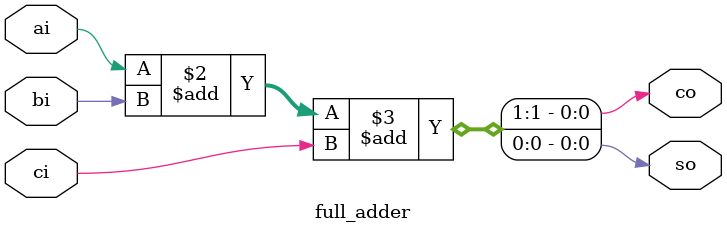
<source format=v>
/*Wallace Tree Based Multiplier
ACA course Oct 2012
Ramyad Hadidi 88109971
*/

`timescale 1ns/1ns

module parallel_unsigned_mult
	(
		a,			//input1 8bit unsigned
		b,			//input2 8bit unsigned
		p			//output 16bit unsigned
	);
					//inital for HW
					initial
					begin
						$display("ACA Project1 \n Ramyad Hadidi-88109971");
					end
	//parameters and definitions
	input [7:0]a;
	input [7:0]b;
	output [15:0] p;
	
	//Vars
	integer k;
	reg [7:0] L1 [7:0];		//for first layer
	wire [14:0] L2_0;		//consti. for second layer
	wire [12:0] L2_1;
	wire [8:0] L2_2;
	wire [6:0] L2_3;
	wire [2:0] L2_4;
	wire [0:0] L2_5;
	wire [15:0] L3_0;		//consti. for third layer
	wire [11:0] L3_1;
	wire [6:0] L3_2;
	wire [2:0] L3_3;
	wire [15:0] L4_0;		//consti. for forth layer
	wire [11:0] L4_1;
	wire [2:0] L4_2;
	wire [16:0] L5_0;		//consti. for fifth layer
	wire [10:0] L5_1;
	wire [17:0] L6_0;		//consti. for sixth layer (addition)
	wire [10:0]	L6_1;
	
		
	//***CODE
	//---first layer-8layer-all and
	always @(a,b)
		for (k=0; k<=7; k=k+1)
		begin
			if (b[k]==1)
				L1[k]=a;
			else
				L1[k]=8'b0;
		end
		
	//---second layer-wallace
	//full_adder(.ai(L1[][]), .bi(L1[][]), .ci(L1[][]), .so(L2_?[]), .co(L2_?[]));
	//half_adder(.ai(L1[][]), .bi(L1[][]), .so(L2_?[]), .co(L2_?[]));
	//assign L2_?[]=L1[][];
	//1st col.
	assign L2_0[0]=L1[0][0];
	//2nd col.
	half_adder a1(.ai(L1[0][1]), .bi(L1[1][0]), .so(L2_0[1]), .co(L2_0[2]));
	//3rd col.
	full_adder a2(.ai(L1[0][2]), .bi(L1[1][1]), .ci(L1[2][0]), .so(L2_1[0]), .co(L2_0[3]));
	//4th col.
	full_adder a3(.ai(L1[0][3]), .bi(L1[1][2]), .ci(L1[2][1]), .so(L2_1[1]), .co(L2_0[4]));
	assign L2_2[0]=L1[3][0];
	//5th col.
	full_adder a4(.ai(L1[0][4]), .bi(L1[1][3]), .ci(L1[2][2]), .so(L2_1[2]), .co(L2_0[5]));
	half_adder a5(.ai(L1[3][1]), .bi(L1[4][0]), .so(L2_2[1]), .co(L2_1[3]));
	//6th col.
	full_adder a6(.ai(L1[0][5]), .bi(L1[1][4]), .ci(L1[2][3]), .so(L2_2[2]), .co(L2_0[6]));
	full_adder a7(.ai(L1[3][2]), .bi(L1[4][1]), .ci(L1[5][0]), .so(L2_3[0]), .co(L2_1[4]));
	//7th col.
	full_adder a9(.ai(L1[0][6]), .bi(L1[1][5]), .ci(L1[2][4]), .so(L2_2[3]), .co(L2_0[7]));
	full_adder a10(.ai(L1[3][3]), .bi(L1[4][2]), .ci(L1[5][1]), .so(L2_3[1]), .co(L2_1[5]));
	assign L2_4[0]=L1[6][0];
	//8th col.
	full_adder a11(.ai(L1[0][7]), .bi(L1[1][6]), .ci(L1[2][5]), .so(L2_2[4]), .co(L2_0[8]));
	full_adder a12(.ai(L1[3][4]), .bi(L1[4][3]), .ci(L1[5][2]), .so(L2_3[2]), .co(L2_1[6]));
	half_adder a13(.ai(L1[6][1]), .bi(L1[7][0]), .so(L2_4[1]), .co(L2_2[5]));
	//9th col.
	full_adder a14(.ai(L1[1][7]), .bi(L1[2][6]), .ci(L1[3][5]), .so(L2_3[3]), .co(L2_0[9]));
	full_adder a15(.ai(L1[4][4]), .bi(L1[5][3]), .ci(L1[6][2]), .so(L2_4[2]), .co(L2_1[7]));
	assign L2_5[0]=L1[7][1];
	//10th col.
	full_adder a16(.ai(L1[2][7]), .bi(L1[3][6]), .ci(L1[4][5]), .so(L2_2[6]), .co(L2_0[10]));
	full_adder a17(.ai(L1[5][4]), .bi(L1[6][3]), .ci(L1[7][2]), .so(L2_3[4]), .co(L2_1[8]));
	//11th col.
	full_adder a18(.ai(L1[3][7]), .bi(L1[4][6]), .ci(L1[5][5]), .so(L2_2[7]), .co(L2_0[11]));
	half_adder a19(.ai(L1[6][4]), .bi(L1[7][3]), .so(L2_3[5]), .co(L2_1[9]));
	//12th col.
	full_adder a20(.ai(L1[4][7]), .bi(L1[5][6]), .ci(L1[6][5]), .so(L2_2[8]), .co(L2_0[12]));
	assign L2_3[6]=L1[7][4];
	//13th col.
	full_adder a21(.ai(L1[5][7]), .bi(L1[6][6]), .ci(L1[7][5]), .so(L2_1[10]), .co(L2_0[13]));
	//14th col.
	half_adder a22(.ai(L1[6][7]), .bi(L1[7][6]), .so(L2_1[11]), .co(L2_0[14]));
	//15th col.
	assign L2_1[12]=L1[7][7];
	
	//---third layer-wallace
	//full_adder(.ai(L2_?[]), .bi(L2_?[]), .ci(L2_?[]), .so(L3_?[]), .co(L3_?[]));
	//half_adder(.ai(L2_?[]), .bi(L2_?[]), .so(L3_?[]), .co(L3_?[]));
	//assign L3_?[]=L2_?[];
	//1st col.
	assign L3_0[0]=L2_0[0];
	//2nd col.
	assign L3_0[1]=L2_0[1];
	//3rd col.
	half_adder b1(.ai(L2_0[2]), .bi(L2_1[0]), .so(L3_0[2]), .co(L3_0[3]));
	//4th col.
	full_adder b2(.ai(L2_0[3]), .bi(L2_1[1]), .ci(L2_2[0]), .so(L3_1[0]), .co(L3_0[4]));
	//5th col.
	full_adder b3(.ai(L2_0[4]), .bi(L2_1[2]), .ci(L2_2[1]), .so(L3_1[1]), .co(L3_0[5]));
	//6th col.
	full_adder b4(.ai(L2_0[5]), .bi(L2_1[3]), .ci(L2_2[2]), .so(L3_1[2]), .co(L3_0[6]));
	assign L3_2[0]=L2_3[0];
	//7th col.
	full_adder b5(.ai(L2_0[6]), .bi(L2_1[4]), .ci(L2_2[3]), .so(L3_1[3]), .co(L3_0[7]));
	half_adder b6(.ai(L2_3[1]), .bi(L2_4[0]), .so(L3_2[1]), .co(L3_1[4]));
	//8th col.
	full_adder b7(.ai(L2_0[7]), .bi(L2_1[5]), .ci(L2_2[4]), .so(L3_2[2]), .co(L3_0[8]));
	half_adder b8(.ai(L2_3[2]), .bi(L2_4[1]), .so(L3_3[0]), .co(L3_1[5]));
	//9th col.
	full_adder b9(.ai(L2_0[8]), .bi(L2_1[6]), .ci(L2_2[5]), .so(L3_2[3]), .co(L3_0[9]));
	full_adder b10(.ai(L2_3[3]), .bi(L2_4[2]), .ci(L2_5[0]), .so(L3_3[1]), .co(L3_1[6]));
	//10th col.
	full_adder b11(.ai(L2_0[9]), .bi(L2_1[7]), .ci(L2_2[6]), .so(L3_2[4]), .co(L3_0[10]));
	assign L3_3[2]=L2_3[4];
	//11th col.
	full_adder b12(.ai(L2_0[10]), .bi(L2_1[8]), .ci(L2_2[7]), .so(L3_1[7]), .co(L3_0[11]));
	assign L3_2[5]=L2_3[5];
	//12th col.
	full_adder b13(.ai(L2_0[11]), .bi(L2_1[9]), .ci(L2_2[8]), .so(L3_1[8]), .co(L3_0[12]));
	assign L3_2[6]=L2_3[6];
	//13th col.
	half_adder b14(.ai(L2_0[12]), .bi(L2_1[10]), .so(L3_1[9]), .co(L3_0[13]));
	//14th col.
	half_adder b15(.ai(L2_0[13]), .bi(L2_1[11]), .so(L3_1[10]), .co(L3_0[14]));
	//15th col.
	half_adder b16(.ai(L2_0[14]), .bi(L2_1[12]), .so(L3_1[11]), .co(L3_0[15]));
	
	//---forth layer-wallace
	//full_adder(.ai(L3_?[]), .bi(L3_?[]), .ci(L3_?[]), .so(L4_?[]), .co(L4_?[]));
	//half_adder(.ai(L3_?[]), .bi(L3_?[]), .so(L4_?[]), .co(L4_?[]));
	//assign L4_?[]=L3_?[];
	//1st col.
	assign L4_0[0]=L3_0[0];
	//2nd col.
	assign L4_0[1]=L3_0[1];
	//3rd col.
	assign L4_0[2]=L3_0[2];
	//4th col.
	half_adder c1(.ai(L3_0[3]), .bi(L3_1[0]), .so(L4_0[3]), .co(L4_0[4]));
	//5th col.
	half_adder c2(.ai(L3_0[4]), .bi(L3_1[1]), .so(L4_1[0]), .co(L4_0[5]));
	//6th col.
	full_adder c3(.ai(L3_0[5]), .bi(L3_1[2]), .ci(L3_2[0]), .so(L4_1[1]), .co(L4_0[6]));
	//7th col.
	full_adder c4(.ai(L3_0[6]), .bi(L3_1[3]), .ci(L3_2[1]), .so(L4_1[2]), .co(L4_0[7]));
	//8th col.
	full_adder c5(.ai(L3_0[7]), .bi(L3_1[4]), .ci(L3_2[2]), .so(L4_1[3]), .co(L4_0[8]));
	assign L4_2[0]=L3_3[0];
	//9th col.
	full_adder c6(.ai(L3_0[8]), .bi(L3_1[5]), .ci(L3_2[3]), .so(L4_1[4]), .co(L4_0[9]));
	assign L4_2[1]=L3_3[1];
	//10th col.
	full_adder c7(.ai(L3_0[9]), .bi(L3_1[6]), .ci(L3_2[4]), .so(L4_1[5]), .co(L4_0[10]));
	assign L4_2[2]=L3_3[2];
	//11th col.
	full_adder c8(.ai(L3_0[10]), .bi(L3_1[7]), .ci(L3_2[5]), .so(L4_1[6]), .co(L4_0[11]));
	//12th col.
	full_adder c9(.ai(L3_0[11]), .bi(L3_1[8]), .ci(L3_2[6]), .so(L4_1[7]), .co(L4_0[12]));
	//13th col.
	half_adder c10(.ai(L3_0[12]), .bi(L3_1[9]), .so(L4_1[8]), .co(L4_0[13]));
	//14th col.
	half_adder c11(.ai(L3_0[13]), .bi(L3_1[10]), .so(L4_1[9]), .co(L4_0[14]));
	//15th col.
	half_adder c12(.ai(L3_0[14]), .bi(L3_1[11]), .so(L4_1[10]), .co(L4_0[15]));
	//16th col.
	assign L4_1[11]=L3_0[15];
	
	//---fifth layer-wallace
	//full_adder(.ai(L4_?[]), .bi(L4_?[]), .ci(L4_?[]), .so(L5_?[]), .co(L5_?[]));
	//half_adder(.ai(L4_?[]), .bi(L4_?[]), .so(L5_?[]), .co(L5_?[]));
	//assign L5_?[]=L4_?[];
	//1st col.
	assign L5_0[0]=L4_0[0];
	//2nd col.
	assign L5_0[1]=L4_0[1];
	//3rd col.
	assign L5_0[2]=L4_0[2];
	//4th col.
	assign L5_0[3]=L4_0[3];
	//5th col.
	half_adder d1(.ai(L4_0[4]), .bi(L4_1[0]), .so(L5_0[4]), .co(L5_0[5]));
	//6th col.
	half_adder d2(.ai(L4_0[5]), .bi(L4_1[1]), .so(L5_1[0]), .co(L5_0[6]));
	//7th col.
	half_adder d3(.ai(L4_0[6]), .bi(L4_1[2]), .so(L5_1[1]), .co(L5_0[7]));
	//8th col.
	full_adder d4(.ai(L4_0[7]), .bi(L4_1[3]), .ci(L4_2[0]), .so(L5_1[2]), .co(L5_0[8]));
	//9th col.
	full_adder d5(.ai(L4_0[8]), .bi(L4_1[4]), .ci(L4_2[1]), .so(L5_1[3]), .co(L5_0[9]));
	//10th col.
	full_adder d6(.ai(L4_0[9]), .bi(L4_1[5]), .ci(L4_2[2]), .so(L5_1[4]), .co(L5_0[10]));
	//11th col.
	half_adder d7(.ai(L4_0[10]), .bi(L4_1[6]), .so(L5_1[5]), .co(L5_0[11]));
	//12th col.
	half_adder d8(.ai(L4_0[11]), .bi(L4_1[7]), .so(L5_1[6]), .co(L5_0[12]));
	//13th col.
	half_adder d9(.ai(L4_0[12]), .bi(L4_1[8]), .so(L5_1[7]), .co(L5_0[13]));
	//14th col.
	half_adder d10(.ai(L4_0[13]), .bi(L4_1[9]), .so(L5_1[8]), .co(L5_0[14]));
	//15th col.
	half_adder d11(.ai(L4_0[14]), .bi(L4_1[10]), .so(L5_1[9]), .co(L5_0[15]));
	//16th col.
	half_adder d12(.ai(L4_0[15]), .bi(L4_1[11]), .so(L5_1[10]), .co(L5_0[16]));
	
	//---sixth layer-Addition
	//full_adder(.ai(L5_?[]), .bi(L5_?[]), .ci(L5_?[]), .so(L6_?[]), .co(L6_?[]));
	//half_adder(.ai(L5_?[]), .bi(L5_?[]), .so(L6_?[]), .co(L6_?[]));
	//assign L6_?[]=L5_?[];
	//1st col.
	assign L6_0[0]=L5_0[0];
	//2nd col.
	assign L6_0[1]=L5_0[1];
	//3rd col.
	assign L6_0[2]=L5_0[2];
	//4th col.
	assign L6_0[3]=L5_0[3];
	//5th col.
	assign L6_0[4]=L5_0[4];
	//6th col.
	half_adder e1(.ai(L5_0[5]), .bi(L5_1[0]), .so(L6_0[5]), .co(L6_1[0]));
	//7th col.
	full_adder e2(.ai(L5_0[6]), .bi(L5_1[1]), .ci(L6_1[0]), .so(L6_0[6]), .co(L6_1[1]));
	//8th col.
	full_adder e3(.ai(L5_0[7]), .bi(L5_1[2]), .ci(L6_1[1]), .so(L6_0[7]), .co(L6_1[2]));
	//9th col.
	full_adder e4(.ai(L5_0[8]), .bi(L5_1[3]), .ci(L6_1[2]), .so(L6_0[8]), .co(L6_1[3]));
	//10th col.
	full_adder e5(.ai(L5_0[9]), .bi(L5_1[4]), .ci(L6_1[3]), .so(L6_0[9]), .co(L6_1[4]));
	//11th col.
	full_adder e6(.ai(L5_0[10]), .bi(L5_1[5]), .ci(L6_1[4]), .so(L6_0[10]), .co(L6_1[5]));
	//12th col.
	full_adder e7(.ai(L5_0[11]), .bi(L5_1[6]), .ci(L6_1[5]), .so(L6_0[11]), .co(L6_1[6]));
	//13th col.
	full_adder e8(.ai(L5_0[12]), .bi(L5_1[7]), .ci(L6_1[6]), .so(L6_0[12]), .co(L6_1[7]));
	//14th col.
	full_adder e9(.ai(L5_0[13]), .bi(L5_1[8]), .ci(L6_1[7]), .so(L6_0[13]), .co(L6_1[8]));
	//15th col.
	full_adder e10(.ai(L5_0[14]), .bi(L5_1[9]), .ci(L6_1[8]), .so(L6_0[14]), .co(L6_1[9]));
	//16th col.
	full_adder e11(.ai(L5_0[15]), .bi(L5_1[10]), .ci(L6_1[9]), .so(L6_0[15]), .co(L6_1[10]));
	//17th col.
	half_adder e12(.ai(L5_0[16]), .bi(L6_1[10]), .so(L6_0[16]), .co(L6_0[17]));
	
	//---output assignments
	//assign p[]=L6_0[];
	assign p[15:0]=L6_0[15:0];
	
	
endmodule
//---------------------------------------------------------------------------------
//half aader
 module half_adder(
        input ai,
        input bi,
        output so,
        output co
    );
        assign {co, so} = ai + bi;
endmodule
//---------------------------------------------------------------------------------
//full adder
module full_adder(
        input ai,
        input bi,
        input ci,
        output so,
        output co
    );
        assign {co, so} = ai + bi + ci;
endmodule


		
</source>
